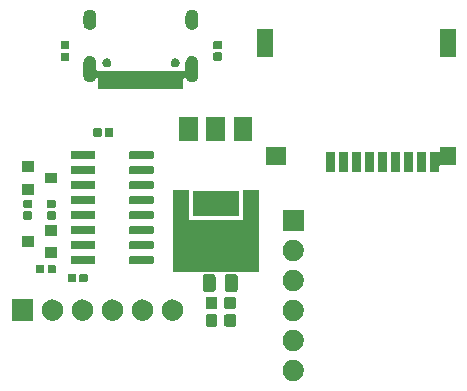
<source format=gts>
G04 #@! TF.GenerationSoftware,KiCad,Pcbnew,5.1.5+dfsg1-2build2*
G04 #@! TF.CreationDate,2021-12-02T15:55:02+01:00*
G04 #@! TF.ProjectId,Daugter_board,44617567-7465-4725-9f62-6f6172642e6b,rev?*
G04 #@! TF.SameCoordinates,Original*
G04 #@! TF.FileFunction,Soldermask,Top*
G04 #@! TF.FilePolarity,Negative*
%FSLAX46Y46*%
G04 Gerber Fmt 4.6, Leading zero omitted, Abs format (unit mm)*
G04 Created by KiCad (PCBNEW 5.1.5+dfsg1-2build2) date 2021-12-02 15:55:02*
%MOMM*%
%LPD*%
G04 APERTURE LIST*
%ADD10C,0.100000*%
G04 APERTURE END LIST*
D10*
G36*
X150063187Y-101346897D02*
G01*
X150072077Y-103884350D01*
X145377377Y-103889430D01*
X145365947Y-101346897D01*
X144134068Y-101345864D01*
X144132913Y-108157903D01*
X151350422Y-108160000D01*
X151349701Y-101346897D01*
X150063187Y-101346897D01*
G37*
X150063187Y-101346897D02*
X150072077Y-103884350D01*
X145377377Y-103889430D01*
X145365947Y-101346897D01*
X144134068Y-101345864D01*
X144132913Y-108157903D01*
X151350422Y-108160000D01*
X151349701Y-101346897D01*
X150063187Y-101346897D01*
G36*
X154423512Y-115713927D02*
G01*
X154572812Y-115743624D01*
X154736784Y-115811544D01*
X154884354Y-115910147D01*
X155009853Y-116035646D01*
X155108456Y-116183216D01*
X155176376Y-116347188D01*
X155211000Y-116521259D01*
X155211000Y-116698741D01*
X155176376Y-116872812D01*
X155108456Y-117036784D01*
X155009853Y-117184354D01*
X154884354Y-117309853D01*
X154736784Y-117408456D01*
X154572812Y-117476376D01*
X154423512Y-117506073D01*
X154398742Y-117511000D01*
X154221258Y-117511000D01*
X154196488Y-117506073D01*
X154047188Y-117476376D01*
X153883216Y-117408456D01*
X153735646Y-117309853D01*
X153610147Y-117184354D01*
X153511544Y-117036784D01*
X153443624Y-116872812D01*
X153409000Y-116698741D01*
X153409000Y-116521259D01*
X153443624Y-116347188D01*
X153511544Y-116183216D01*
X153610147Y-116035646D01*
X153735646Y-115910147D01*
X153883216Y-115811544D01*
X154047188Y-115743624D01*
X154196488Y-115713927D01*
X154221258Y-115709000D01*
X154398742Y-115709000D01*
X154423512Y-115713927D01*
G37*
G36*
X154423512Y-113173927D02*
G01*
X154572812Y-113203624D01*
X154736784Y-113271544D01*
X154884354Y-113370147D01*
X155009853Y-113495646D01*
X155108456Y-113643216D01*
X155176376Y-113807188D01*
X155211000Y-113981259D01*
X155211000Y-114158741D01*
X155176376Y-114332812D01*
X155108456Y-114496784D01*
X155009853Y-114644354D01*
X154884354Y-114769853D01*
X154736784Y-114868456D01*
X154572812Y-114936376D01*
X154423512Y-114966073D01*
X154398742Y-114971000D01*
X154221258Y-114971000D01*
X154196488Y-114966073D01*
X154047188Y-114936376D01*
X153883216Y-114868456D01*
X153735646Y-114769853D01*
X153610147Y-114644354D01*
X153511544Y-114496784D01*
X153443624Y-114332812D01*
X153409000Y-114158741D01*
X153409000Y-113981259D01*
X153443624Y-113807188D01*
X153511544Y-113643216D01*
X153610147Y-113495646D01*
X153735646Y-113370147D01*
X153883216Y-113271544D01*
X154047188Y-113203624D01*
X154196488Y-113173927D01*
X154221258Y-113169000D01*
X154398742Y-113169000D01*
X154423512Y-113173927D01*
G37*
G36*
X147734591Y-111848085D02*
G01*
X147768569Y-111858393D01*
X147799890Y-111875134D01*
X147827339Y-111897661D01*
X147849866Y-111925110D01*
X147866607Y-111956431D01*
X147876915Y-111990409D01*
X147881000Y-112031890D01*
X147881000Y-112708110D01*
X147876915Y-112749591D01*
X147866607Y-112783569D01*
X147849866Y-112814890D01*
X147827339Y-112842339D01*
X147799890Y-112864866D01*
X147768569Y-112881607D01*
X147734591Y-112891915D01*
X147693110Y-112896000D01*
X147091890Y-112896000D01*
X147050409Y-112891915D01*
X147016431Y-112881607D01*
X146985110Y-112864866D01*
X146957661Y-112842339D01*
X146935134Y-112814890D01*
X146918393Y-112783569D01*
X146908085Y-112749591D01*
X146904000Y-112708110D01*
X146904000Y-112031890D01*
X146908085Y-111990409D01*
X146918393Y-111956431D01*
X146935134Y-111925110D01*
X146957661Y-111897661D01*
X146985110Y-111875134D01*
X147016431Y-111858393D01*
X147050409Y-111848085D01*
X147091890Y-111844000D01*
X147693110Y-111844000D01*
X147734591Y-111848085D01*
G37*
G36*
X149309591Y-111848085D02*
G01*
X149343569Y-111858393D01*
X149374890Y-111875134D01*
X149402339Y-111897661D01*
X149424866Y-111925110D01*
X149441607Y-111956431D01*
X149451915Y-111990409D01*
X149456000Y-112031890D01*
X149456000Y-112708110D01*
X149451915Y-112749591D01*
X149441607Y-112783569D01*
X149424866Y-112814890D01*
X149402339Y-112842339D01*
X149374890Y-112864866D01*
X149343569Y-112881607D01*
X149309591Y-112891915D01*
X149268110Y-112896000D01*
X148666890Y-112896000D01*
X148625409Y-112891915D01*
X148591431Y-112881607D01*
X148560110Y-112864866D01*
X148532661Y-112842339D01*
X148510134Y-112814890D01*
X148493393Y-112783569D01*
X148483085Y-112749591D01*
X148479000Y-112708110D01*
X148479000Y-112031890D01*
X148483085Y-111990409D01*
X148493393Y-111956431D01*
X148510134Y-111925110D01*
X148532661Y-111897661D01*
X148560110Y-111875134D01*
X148591431Y-111858393D01*
X148625409Y-111848085D01*
X148666890Y-111844000D01*
X149268110Y-111844000D01*
X149309591Y-111848085D01*
G37*
G36*
X154421988Y-110633624D02*
G01*
X154572812Y-110663624D01*
X154736784Y-110731544D01*
X154884354Y-110830147D01*
X155009853Y-110955646D01*
X155108456Y-111103216D01*
X155176376Y-111267188D01*
X155211000Y-111441259D01*
X155211000Y-111618741D01*
X155176376Y-111792812D01*
X155108456Y-111956784D01*
X155009853Y-112104354D01*
X154884354Y-112229853D01*
X154736784Y-112328456D01*
X154572812Y-112396376D01*
X154423512Y-112426073D01*
X154398742Y-112431000D01*
X154221258Y-112431000D01*
X154196488Y-112426073D01*
X154047188Y-112396376D01*
X153883216Y-112328456D01*
X153735646Y-112229853D01*
X153610147Y-112104354D01*
X153511544Y-111956784D01*
X153443624Y-111792812D01*
X153409000Y-111618741D01*
X153409000Y-111441259D01*
X153443624Y-111267188D01*
X153511544Y-111103216D01*
X153610147Y-110955646D01*
X153735646Y-110830147D01*
X153883216Y-110731544D01*
X154047188Y-110663624D01*
X154198012Y-110633624D01*
X154221258Y-110629000D01*
X154398742Y-110629000D01*
X154421988Y-110633624D01*
G37*
G36*
X144193512Y-110603927D02*
G01*
X144342812Y-110633624D01*
X144506784Y-110701544D01*
X144654354Y-110800147D01*
X144779853Y-110925646D01*
X144878456Y-111073216D01*
X144946376Y-111237188D01*
X144981000Y-111411259D01*
X144981000Y-111588741D01*
X144946376Y-111762812D01*
X144878456Y-111926784D01*
X144779853Y-112074354D01*
X144654354Y-112199853D01*
X144506784Y-112298456D01*
X144342812Y-112366376D01*
X144193512Y-112396073D01*
X144168742Y-112401000D01*
X143991258Y-112401000D01*
X143966488Y-112396073D01*
X143817188Y-112366376D01*
X143653216Y-112298456D01*
X143505646Y-112199853D01*
X143380147Y-112074354D01*
X143281544Y-111926784D01*
X143213624Y-111762812D01*
X143179000Y-111588741D01*
X143179000Y-111411259D01*
X143213624Y-111237188D01*
X143281544Y-111073216D01*
X143380147Y-110925646D01*
X143505646Y-110800147D01*
X143653216Y-110701544D01*
X143817188Y-110633624D01*
X143966488Y-110603927D01*
X143991258Y-110599000D01*
X144168742Y-110599000D01*
X144193512Y-110603927D01*
G37*
G36*
X141653512Y-110603927D02*
G01*
X141802812Y-110633624D01*
X141966784Y-110701544D01*
X142114354Y-110800147D01*
X142239853Y-110925646D01*
X142338456Y-111073216D01*
X142406376Y-111237188D01*
X142441000Y-111411259D01*
X142441000Y-111588741D01*
X142406376Y-111762812D01*
X142338456Y-111926784D01*
X142239853Y-112074354D01*
X142114354Y-112199853D01*
X141966784Y-112298456D01*
X141802812Y-112366376D01*
X141653512Y-112396073D01*
X141628742Y-112401000D01*
X141451258Y-112401000D01*
X141426488Y-112396073D01*
X141277188Y-112366376D01*
X141113216Y-112298456D01*
X140965646Y-112199853D01*
X140840147Y-112074354D01*
X140741544Y-111926784D01*
X140673624Y-111762812D01*
X140639000Y-111588741D01*
X140639000Y-111411259D01*
X140673624Y-111237188D01*
X140741544Y-111073216D01*
X140840147Y-110925646D01*
X140965646Y-110800147D01*
X141113216Y-110701544D01*
X141277188Y-110633624D01*
X141426488Y-110603927D01*
X141451258Y-110599000D01*
X141628742Y-110599000D01*
X141653512Y-110603927D01*
G37*
G36*
X139113512Y-110603927D02*
G01*
X139262812Y-110633624D01*
X139426784Y-110701544D01*
X139574354Y-110800147D01*
X139699853Y-110925646D01*
X139798456Y-111073216D01*
X139866376Y-111237188D01*
X139901000Y-111411259D01*
X139901000Y-111588741D01*
X139866376Y-111762812D01*
X139798456Y-111926784D01*
X139699853Y-112074354D01*
X139574354Y-112199853D01*
X139426784Y-112298456D01*
X139262812Y-112366376D01*
X139113512Y-112396073D01*
X139088742Y-112401000D01*
X138911258Y-112401000D01*
X138886488Y-112396073D01*
X138737188Y-112366376D01*
X138573216Y-112298456D01*
X138425646Y-112199853D01*
X138300147Y-112074354D01*
X138201544Y-111926784D01*
X138133624Y-111762812D01*
X138099000Y-111588741D01*
X138099000Y-111411259D01*
X138133624Y-111237188D01*
X138201544Y-111073216D01*
X138300147Y-110925646D01*
X138425646Y-110800147D01*
X138573216Y-110701544D01*
X138737188Y-110633624D01*
X138886488Y-110603927D01*
X138911258Y-110599000D01*
X139088742Y-110599000D01*
X139113512Y-110603927D01*
G37*
G36*
X136573512Y-110603927D02*
G01*
X136722812Y-110633624D01*
X136886784Y-110701544D01*
X137034354Y-110800147D01*
X137159853Y-110925646D01*
X137258456Y-111073216D01*
X137326376Y-111237188D01*
X137361000Y-111411259D01*
X137361000Y-111588741D01*
X137326376Y-111762812D01*
X137258456Y-111926784D01*
X137159853Y-112074354D01*
X137034354Y-112199853D01*
X136886784Y-112298456D01*
X136722812Y-112366376D01*
X136573512Y-112396073D01*
X136548742Y-112401000D01*
X136371258Y-112401000D01*
X136346488Y-112396073D01*
X136197188Y-112366376D01*
X136033216Y-112298456D01*
X135885646Y-112199853D01*
X135760147Y-112074354D01*
X135661544Y-111926784D01*
X135593624Y-111762812D01*
X135559000Y-111588741D01*
X135559000Y-111411259D01*
X135593624Y-111237188D01*
X135661544Y-111073216D01*
X135760147Y-110925646D01*
X135885646Y-110800147D01*
X136033216Y-110701544D01*
X136197188Y-110633624D01*
X136346488Y-110603927D01*
X136371258Y-110599000D01*
X136548742Y-110599000D01*
X136573512Y-110603927D01*
G37*
G36*
X134033512Y-110603927D02*
G01*
X134182812Y-110633624D01*
X134346784Y-110701544D01*
X134494354Y-110800147D01*
X134619853Y-110925646D01*
X134718456Y-111073216D01*
X134786376Y-111237188D01*
X134821000Y-111411259D01*
X134821000Y-111588741D01*
X134786376Y-111762812D01*
X134718456Y-111926784D01*
X134619853Y-112074354D01*
X134494354Y-112199853D01*
X134346784Y-112298456D01*
X134182812Y-112366376D01*
X134033512Y-112396073D01*
X134008742Y-112401000D01*
X133831258Y-112401000D01*
X133806488Y-112396073D01*
X133657188Y-112366376D01*
X133493216Y-112298456D01*
X133345646Y-112199853D01*
X133220147Y-112074354D01*
X133121544Y-111926784D01*
X133053624Y-111762812D01*
X133019000Y-111588741D01*
X133019000Y-111411259D01*
X133053624Y-111237188D01*
X133121544Y-111073216D01*
X133220147Y-110925646D01*
X133345646Y-110800147D01*
X133493216Y-110701544D01*
X133657188Y-110633624D01*
X133806488Y-110603927D01*
X133831258Y-110599000D01*
X134008742Y-110599000D01*
X134033512Y-110603927D01*
G37*
G36*
X132281000Y-112401000D02*
G01*
X130479000Y-112401000D01*
X130479000Y-110599000D01*
X132281000Y-110599000D01*
X132281000Y-112401000D01*
G37*
G36*
X149302091Y-110368085D02*
G01*
X149336069Y-110378393D01*
X149367390Y-110395134D01*
X149394839Y-110417661D01*
X149417366Y-110445110D01*
X149434107Y-110476431D01*
X149444415Y-110510409D01*
X149448500Y-110551890D01*
X149448500Y-111228110D01*
X149444415Y-111269591D01*
X149434107Y-111303569D01*
X149417366Y-111334890D01*
X149394839Y-111362339D01*
X149367390Y-111384866D01*
X149336069Y-111401607D01*
X149302091Y-111411915D01*
X149260610Y-111416000D01*
X148659390Y-111416000D01*
X148617909Y-111411915D01*
X148583931Y-111401607D01*
X148552610Y-111384866D01*
X148525161Y-111362339D01*
X148502634Y-111334890D01*
X148485893Y-111303569D01*
X148475585Y-111269591D01*
X148471500Y-111228110D01*
X148471500Y-110551890D01*
X148475585Y-110510409D01*
X148485893Y-110476431D01*
X148502634Y-110445110D01*
X148525161Y-110417661D01*
X148552610Y-110395134D01*
X148583931Y-110378393D01*
X148617909Y-110368085D01*
X148659390Y-110364000D01*
X149260610Y-110364000D01*
X149302091Y-110368085D01*
G37*
G36*
X147727091Y-110368085D02*
G01*
X147761069Y-110378393D01*
X147792390Y-110395134D01*
X147819839Y-110417661D01*
X147842366Y-110445110D01*
X147859107Y-110476431D01*
X147869415Y-110510409D01*
X147873500Y-110551890D01*
X147873500Y-111228110D01*
X147869415Y-111269591D01*
X147859107Y-111303569D01*
X147842366Y-111334890D01*
X147819839Y-111362339D01*
X147792390Y-111384866D01*
X147761069Y-111401607D01*
X147727091Y-111411915D01*
X147685610Y-111416000D01*
X147084390Y-111416000D01*
X147042909Y-111411915D01*
X147008931Y-111401607D01*
X146977610Y-111384866D01*
X146950161Y-111362339D01*
X146927634Y-111334890D01*
X146910893Y-111303569D01*
X146900585Y-111269591D01*
X146896500Y-111228110D01*
X146896500Y-110551890D01*
X146900585Y-110510409D01*
X146910893Y-110476431D01*
X146927634Y-110445110D01*
X146950161Y-110417661D01*
X146977610Y-110395134D01*
X147008931Y-110378393D01*
X147042909Y-110368085D01*
X147084390Y-110364000D01*
X147685610Y-110364000D01*
X147727091Y-110368085D01*
G37*
G36*
X149441968Y-108463565D02*
G01*
X149480638Y-108475296D01*
X149516277Y-108494346D01*
X149547517Y-108519983D01*
X149573154Y-108551223D01*
X149592204Y-108586862D01*
X149603935Y-108625532D01*
X149608500Y-108671888D01*
X149608500Y-109748112D01*
X149603935Y-109794468D01*
X149592204Y-109833138D01*
X149573154Y-109868777D01*
X149547517Y-109900017D01*
X149516277Y-109925654D01*
X149480638Y-109944704D01*
X149441968Y-109956435D01*
X149395612Y-109961000D01*
X148744388Y-109961000D01*
X148698032Y-109956435D01*
X148659362Y-109944704D01*
X148623723Y-109925654D01*
X148592483Y-109900017D01*
X148566846Y-109868777D01*
X148547796Y-109833138D01*
X148536065Y-109794468D01*
X148531500Y-109748112D01*
X148531500Y-108671888D01*
X148536065Y-108625532D01*
X148547796Y-108586862D01*
X148566846Y-108551223D01*
X148592483Y-108519983D01*
X148623723Y-108494346D01*
X148659362Y-108475296D01*
X148698032Y-108463565D01*
X148744388Y-108459000D01*
X149395612Y-108459000D01*
X149441968Y-108463565D01*
G37*
G36*
X147566968Y-108463565D02*
G01*
X147605638Y-108475296D01*
X147641277Y-108494346D01*
X147672517Y-108519983D01*
X147698154Y-108551223D01*
X147717204Y-108586862D01*
X147728935Y-108625532D01*
X147733500Y-108671888D01*
X147733500Y-109748112D01*
X147728935Y-109794468D01*
X147717204Y-109833138D01*
X147698154Y-109868777D01*
X147672517Y-109900017D01*
X147641277Y-109925654D01*
X147605638Y-109944704D01*
X147566968Y-109956435D01*
X147520612Y-109961000D01*
X146869388Y-109961000D01*
X146823032Y-109956435D01*
X146784362Y-109944704D01*
X146748723Y-109925654D01*
X146717483Y-109900017D01*
X146691846Y-109868777D01*
X146672796Y-109833138D01*
X146661065Y-109794468D01*
X146656500Y-109748112D01*
X146656500Y-108671888D01*
X146661065Y-108625532D01*
X146672796Y-108586862D01*
X146691846Y-108551223D01*
X146717483Y-108519983D01*
X146748723Y-108494346D01*
X146784362Y-108475296D01*
X146823032Y-108463565D01*
X146869388Y-108459000D01*
X147520612Y-108459000D01*
X147566968Y-108463565D01*
G37*
G36*
X154423512Y-108093927D02*
G01*
X154572812Y-108123624D01*
X154736784Y-108191544D01*
X154884354Y-108290147D01*
X155009853Y-108415646D01*
X155108456Y-108563216D01*
X155176376Y-108727188D01*
X155211000Y-108901259D01*
X155211000Y-109078741D01*
X155176376Y-109252812D01*
X155108456Y-109416784D01*
X155009853Y-109564354D01*
X154884354Y-109689853D01*
X154736784Y-109788456D01*
X154572812Y-109856376D01*
X154443289Y-109882139D01*
X154398742Y-109891000D01*
X154221258Y-109891000D01*
X154176711Y-109882139D01*
X154047188Y-109856376D01*
X153883216Y-109788456D01*
X153735646Y-109689853D01*
X153610147Y-109564354D01*
X153511544Y-109416784D01*
X153443624Y-109252812D01*
X153409000Y-109078741D01*
X153409000Y-108901259D01*
X153443624Y-108727188D01*
X153511544Y-108563216D01*
X153610147Y-108415646D01*
X153735646Y-108290147D01*
X153883216Y-108191544D01*
X154047188Y-108123624D01*
X154196488Y-108093927D01*
X154221258Y-108089000D01*
X154398742Y-108089000D01*
X154423512Y-108093927D01*
G37*
G36*
X135836938Y-108421716D02*
G01*
X135857557Y-108427971D01*
X135876553Y-108438124D01*
X135893208Y-108451792D01*
X135906876Y-108468447D01*
X135917029Y-108487443D01*
X135923284Y-108508062D01*
X135926000Y-108535640D01*
X135926000Y-109044360D01*
X135923284Y-109071938D01*
X135917029Y-109092557D01*
X135906876Y-109111553D01*
X135893208Y-109128208D01*
X135876553Y-109141876D01*
X135857557Y-109152029D01*
X135836938Y-109158284D01*
X135809360Y-109161000D01*
X135350640Y-109161000D01*
X135323062Y-109158284D01*
X135302443Y-109152029D01*
X135283447Y-109141876D01*
X135266792Y-109128208D01*
X135253124Y-109111553D01*
X135242971Y-109092557D01*
X135236716Y-109071938D01*
X135234000Y-109044360D01*
X135234000Y-108535640D01*
X135236716Y-108508062D01*
X135242971Y-108487443D01*
X135253124Y-108468447D01*
X135266792Y-108451792D01*
X135283447Y-108438124D01*
X135302443Y-108427971D01*
X135323062Y-108421716D01*
X135350640Y-108419000D01*
X135809360Y-108419000D01*
X135836938Y-108421716D01*
G37*
G36*
X136806938Y-108421716D02*
G01*
X136827557Y-108427971D01*
X136846553Y-108438124D01*
X136863208Y-108451792D01*
X136876876Y-108468447D01*
X136887029Y-108487443D01*
X136893284Y-108508062D01*
X136896000Y-108535640D01*
X136896000Y-109044360D01*
X136893284Y-109071938D01*
X136887029Y-109092557D01*
X136876876Y-109111553D01*
X136863208Y-109128208D01*
X136846553Y-109141876D01*
X136827557Y-109152029D01*
X136806938Y-109158284D01*
X136779360Y-109161000D01*
X136320640Y-109161000D01*
X136293062Y-109158284D01*
X136272443Y-109152029D01*
X136253447Y-109141876D01*
X136236792Y-109128208D01*
X136223124Y-109111553D01*
X136212971Y-109092557D01*
X136206716Y-109071938D01*
X136204000Y-109044360D01*
X136204000Y-108535640D01*
X136206716Y-108508062D01*
X136212971Y-108487443D01*
X136223124Y-108468447D01*
X136236792Y-108451792D01*
X136253447Y-108438124D01*
X136272443Y-108427971D01*
X136293062Y-108421716D01*
X136320640Y-108419000D01*
X136779360Y-108419000D01*
X136806938Y-108421716D01*
G37*
G36*
X133141938Y-107661716D02*
G01*
X133162557Y-107667971D01*
X133181553Y-107678124D01*
X133198208Y-107691792D01*
X133211876Y-107708447D01*
X133222029Y-107727443D01*
X133228284Y-107748062D01*
X133231000Y-107775640D01*
X133231000Y-108284360D01*
X133228284Y-108311938D01*
X133222029Y-108332557D01*
X133211876Y-108351553D01*
X133198208Y-108368208D01*
X133181553Y-108381876D01*
X133162557Y-108392029D01*
X133141938Y-108398284D01*
X133114360Y-108401000D01*
X132655640Y-108401000D01*
X132628062Y-108398284D01*
X132607443Y-108392029D01*
X132588447Y-108381876D01*
X132571792Y-108368208D01*
X132558124Y-108351553D01*
X132547971Y-108332557D01*
X132541716Y-108311938D01*
X132539000Y-108284360D01*
X132539000Y-107775640D01*
X132541716Y-107748062D01*
X132547971Y-107727443D01*
X132558124Y-107708447D01*
X132571792Y-107691792D01*
X132588447Y-107678124D01*
X132607443Y-107667971D01*
X132628062Y-107661716D01*
X132655640Y-107659000D01*
X133114360Y-107659000D01*
X133141938Y-107661716D01*
G37*
G36*
X134111938Y-107661716D02*
G01*
X134132557Y-107667971D01*
X134151553Y-107678124D01*
X134168208Y-107691792D01*
X134181876Y-107708447D01*
X134192029Y-107727443D01*
X134198284Y-107748062D01*
X134201000Y-107775640D01*
X134201000Y-108284360D01*
X134198284Y-108311938D01*
X134192029Y-108332557D01*
X134181876Y-108351553D01*
X134168208Y-108368208D01*
X134151553Y-108381876D01*
X134132557Y-108392029D01*
X134111938Y-108398284D01*
X134084360Y-108401000D01*
X133625640Y-108401000D01*
X133598062Y-108398284D01*
X133577443Y-108392029D01*
X133558447Y-108381876D01*
X133541792Y-108368208D01*
X133528124Y-108351553D01*
X133517971Y-108332557D01*
X133511716Y-108311938D01*
X133509000Y-108284360D01*
X133509000Y-107775640D01*
X133511716Y-107748062D01*
X133517971Y-107727443D01*
X133528124Y-107708447D01*
X133541792Y-107691792D01*
X133558447Y-107678124D01*
X133577443Y-107667971D01*
X133598062Y-107661716D01*
X133625640Y-107659000D01*
X134084360Y-107659000D01*
X134111938Y-107661716D01*
G37*
G36*
X142399928Y-106916764D02*
G01*
X142421009Y-106923160D01*
X142440445Y-106933548D01*
X142457476Y-106947524D01*
X142471452Y-106964555D01*
X142481840Y-106983991D01*
X142488236Y-107005072D01*
X142491000Y-107033140D01*
X142491000Y-107496860D01*
X142488236Y-107524928D01*
X142481840Y-107546009D01*
X142471452Y-107565445D01*
X142457476Y-107582476D01*
X142440445Y-107596452D01*
X142421009Y-107606840D01*
X142399928Y-107613236D01*
X142371860Y-107616000D01*
X140558140Y-107616000D01*
X140530072Y-107613236D01*
X140508991Y-107606840D01*
X140489555Y-107596452D01*
X140472524Y-107582476D01*
X140458548Y-107565445D01*
X140448160Y-107546009D01*
X140441764Y-107524928D01*
X140439000Y-107496860D01*
X140439000Y-107033140D01*
X140441764Y-107005072D01*
X140448160Y-106983991D01*
X140458548Y-106964555D01*
X140472524Y-106947524D01*
X140489555Y-106933548D01*
X140508991Y-106923160D01*
X140530072Y-106916764D01*
X140558140Y-106914000D01*
X142371860Y-106914000D01*
X142399928Y-106916764D01*
G37*
G36*
X137449928Y-106916764D02*
G01*
X137471009Y-106923160D01*
X137490445Y-106933548D01*
X137507476Y-106947524D01*
X137521452Y-106964555D01*
X137531840Y-106983991D01*
X137538236Y-107005072D01*
X137541000Y-107033140D01*
X137541000Y-107496860D01*
X137538236Y-107524928D01*
X137531840Y-107546009D01*
X137521452Y-107565445D01*
X137507476Y-107582476D01*
X137490445Y-107596452D01*
X137471009Y-107606840D01*
X137449928Y-107613236D01*
X137421860Y-107616000D01*
X135608140Y-107616000D01*
X135580072Y-107613236D01*
X135558991Y-107606840D01*
X135539555Y-107596452D01*
X135522524Y-107582476D01*
X135508548Y-107565445D01*
X135498160Y-107546009D01*
X135491764Y-107524928D01*
X135489000Y-107496860D01*
X135489000Y-107033140D01*
X135491764Y-107005072D01*
X135498160Y-106983991D01*
X135508548Y-106964555D01*
X135522524Y-106947524D01*
X135539555Y-106933548D01*
X135558991Y-106923160D01*
X135580072Y-106916764D01*
X135608140Y-106914000D01*
X137421860Y-106914000D01*
X137449928Y-106916764D01*
G37*
G36*
X154423512Y-105553927D02*
G01*
X154572812Y-105583624D01*
X154736784Y-105651544D01*
X154884354Y-105750147D01*
X155009853Y-105875646D01*
X155108456Y-106023216D01*
X155176376Y-106187188D01*
X155211000Y-106361259D01*
X155211000Y-106538741D01*
X155176376Y-106712812D01*
X155108456Y-106876784D01*
X155009853Y-107024354D01*
X154884354Y-107149853D01*
X154736784Y-107248456D01*
X154572812Y-107316376D01*
X154423512Y-107346073D01*
X154398742Y-107351000D01*
X154221258Y-107351000D01*
X154196488Y-107346073D01*
X154047188Y-107316376D01*
X153883216Y-107248456D01*
X153735646Y-107149853D01*
X153610147Y-107024354D01*
X153511544Y-106876784D01*
X153443624Y-106712812D01*
X153409000Y-106538741D01*
X153409000Y-106361259D01*
X153443624Y-106187188D01*
X153511544Y-106023216D01*
X153610147Y-105875646D01*
X153735646Y-105750147D01*
X153883216Y-105651544D01*
X154047188Y-105583624D01*
X154196488Y-105553927D01*
X154221258Y-105549000D01*
X154398742Y-105549000D01*
X154423512Y-105553927D01*
G37*
G36*
X134331000Y-107091000D02*
G01*
X133329000Y-107091000D01*
X133329000Y-106189000D01*
X134331000Y-106189000D01*
X134331000Y-107091000D01*
G37*
G36*
X137449928Y-105646764D02*
G01*
X137471009Y-105653160D01*
X137490445Y-105663548D01*
X137507476Y-105677524D01*
X137521452Y-105694555D01*
X137531840Y-105713991D01*
X137538236Y-105735072D01*
X137541000Y-105763140D01*
X137541000Y-106226860D01*
X137538236Y-106254928D01*
X137531840Y-106276009D01*
X137521452Y-106295445D01*
X137507476Y-106312476D01*
X137490445Y-106326452D01*
X137471009Y-106336840D01*
X137449928Y-106343236D01*
X137421860Y-106346000D01*
X135608140Y-106346000D01*
X135580072Y-106343236D01*
X135558991Y-106336840D01*
X135539555Y-106326452D01*
X135522524Y-106312476D01*
X135508548Y-106295445D01*
X135498160Y-106276009D01*
X135491764Y-106254928D01*
X135489000Y-106226860D01*
X135489000Y-105763140D01*
X135491764Y-105735072D01*
X135498160Y-105713991D01*
X135508548Y-105694555D01*
X135522524Y-105677524D01*
X135539555Y-105663548D01*
X135558991Y-105653160D01*
X135580072Y-105646764D01*
X135608140Y-105644000D01*
X137421860Y-105644000D01*
X137449928Y-105646764D01*
G37*
G36*
X142399928Y-105646764D02*
G01*
X142421009Y-105653160D01*
X142440445Y-105663548D01*
X142457476Y-105677524D01*
X142471452Y-105694555D01*
X142481840Y-105713991D01*
X142488236Y-105735072D01*
X142491000Y-105763140D01*
X142491000Y-106226860D01*
X142488236Y-106254928D01*
X142481840Y-106276009D01*
X142471452Y-106295445D01*
X142457476Y-106312476D01*
X142440445Y-106326452D01*
X142421009Y-106336840D01*
X142399928Y-106343236D01*
X142371860Y-106346000D01*
X140558140Y-106346000D01*
X140530072Y-106343236D01*
X140508991Y-106336840D01*
X140489555Y-106326452D01*
X140472524Y-106312476D01*
X140458548Y-106295445D01*
X140448160Y-106276009D01*
X140441764Y-106254928D01*
X140439000Y-106226860D01*
X140439000Y-105763140D01*
X140441764Y-105735072D01*
X140448160Y-105713991D01*
X140458548Y-105694555D01*
X140472524Y-105677524D01*
X140489555Y-105663548D01*
X140508991Y-105653160D01*
X140530072Y-105646764D01*
X140558140Y-105644000D01*
X142371860Y-105644000D01*
X142399928Y-105646764D01*
G37*
G36*
X132331000Y-106141000D02*
G01*
X131329000Y-106141000D01*
X131329000Y-105239000D01*
X132331000Y-105239000D01*
X132331000Y-106141000D01*
G37*
G36*
X134331000Y-105191000D02*
G01*
X133329000Y-105191000D01*
X133329000Y-104289000D01*
X134331000Y-104289000D01*
X134331000Y-105191000D01*
G37*
G36*
X137449928Y-104376764D02*
G01*
X137471009Y-104383160D01*
X137490445Y-104393548D01*
X137507476Y-104407524D01*
X137521452Y-104424555D01*
X137531840Y-104443991D01*
X137538236Y-104465072D01*
X137541000Y-104493140D01*
X137541000Y-104956860D01*
X137538236Y-104984928D01*
X137531840Y-105006009D01*
X137521452Y-105025445D01*
X137507476Y-105042476D01*
X137490445Y-105056452D01*
X137471009Y-105066840D01*
X137449928Y-105073236D01*
X137421860Y-105076000D01*
X135608140Y-105076000D01*
X135580072Y-105073236D01*
X135558991Y-105066840D01*
X135539555Y-105056452D01*
X135522524Y-105042476D01*
X135508548Y-105025445D01*
X135498160Y-105006009D01*
X135491764Y-104984928D01*
X135489000Y-104956860D01*
X135489000Y-104493140D01*
X135491764Y-104465072D01*
X135498160Y-104443991D01*
X135508548Y-104424555D01*
X135522524Y-104407524D01*
X135539555Y-104393548D01*
X135558991Y-104383160D01*
X135580072Y-104376764D01*
X135608140Y-104374000D01*
X137421860Y-104374000D01*
X137449928Y-104376764D01*
G37*
G36*
X142399928Y-104376764D02*
G01*
X142421009Y-104383160D01*
X142440445Y-104393548D01*
X142457476Y-104407524D01*
X142471452Y-104424555D01*
X142481840Y-104443991D01*
X142488236Y-104465072D01*
X142491000Y-104493140D01*
X142491000Y-104956860D01*
X142488236Y-104984928D01*
X142481840Y-105006009D01*
X142471452Y-105025445D01*
X142457476Y-105042476D01*
X142440445Y-105056452D01*
X142421009Y-105066840D01*
X142399928Y-105073236D01*
X142371860Y-105076000D01*
X140558140Y-105076000D01*
X140530072Y-105073236D01*
X140508991Y-105066840D01*
X140489555Y-105056452D01*
X140472524Y-105042476D01*
X140458548Y-105025445D01*
X140448160Y-105006009D01*
X140441764Y-104984928D01*
X140439000Y-104956860D01*
X140439000Y-104493140D01*
X140441764Y-104465072D01*
X140448160Y-104443991D01*
X140458548Y-104424555D01*
X140472524Y-104407524D01*
X140489555Y-104393548D01*
X140508991Y-104383160D01*
X140530072Y-104376764D01*
X140558140Y-104374000D01*
X142371860Y-104374000D01*
X142399928Y-104376764D01*
G37*
G36*
X155211000Y-104811000D02*
G01*
X153409000Y-104811000D01*
X153409000Y-103009000D01*
X155211000Y-103009000D01*
X155211000Y-104811000D01*
G37*
G36*
X132111938Y-103141716D02*
G01*
X132132557Y-103147971D01*
X132151553Y-103158124D01*
X132168208Y-103171792D01*
X132181876Y-103188447D01*
X132192029Y-103207443D01*
X132198284Y-103228062D01*
X132201000Y-103255640D01*
X132201000Y-103714360D01*
X132198284Y-103741938D01*
X132192029Y-103762557D01*
X132181876Y-103781553D01*
X132168208Y-103798208D01*
X132151553Y-103811876D01*
X132132557Y-103822029D01*
X132111938Y-103828284D01*
X132084360Y-103831000D01*
X131575640Y-103831000D01*
X131548062Y-103828284D01*
X131527443Y-103822029D01*
X131508447Y-103811876D01*
X131491792Y-103798208D01*
X131478124Y-103781553D01*
X131467971Y-103762557D01*
X131461716Y-103741938D01*
X131459000Y-103714360D01*
X131459000Y-103255640D01*
X131461716Y-103228062D01*
X131467971Y-103207443D01*
X131478124Y-103188447D01*
X131491792Y-103171792D01*
X131508447Y-103158124D01*
X131527443Y-103147971D01*
X131548062Y-103141716D01*
X131575640Y-103139000D01*
X132084360Y-103139000D01*
X132111938Y-103141716D01*
G37*
G36*
X134111938Y-103141716D02*
G01*
X134132557Y-103147971D01*
X134151553Y-103158124D01*
X134168208Y-103171792D01*
X134181876Y-103188447D01*
X134192029Y-103207443D01*
X134198284Y-103228062D01*
X134201000Y-103255640D01*
X134201000Y-103714360D01*
X134198284Y-103741938D01*
X134192029Y-103762557D01*
X134181876Y-103781553D01*
X134168208Y-103798208D01*
X134151553Y-103811876D01*
X134132557Y-103822029D01*
X134111938Y-103828284D01*
X134084360Y-103831000D01*
X133575640Y-103831000D01*
X133548062Y-103828284D01*
X133527443Y-103822029D01*
X133508447Y-103811876D01*
X133491792Y-103798208D01*
X133478124Y-103781553D01*
X133467971Y-103762557D01*
X133461716Y-103741938D01*
X133459000Y-103714360D01*
X133459000Y-103255640D01*
X133461716Y-103228062D01*
X133467971Y-103207443D01*
X133478124Y-103188447D01*
X133491792Y-103171792D01*
X133508447Y-103158124D01*
X133527443Y-103147971D01*
X133548062Y-103141716D01*
X133575640Y-103139000D01*
X134084360Y-103139000D01*
X134111938Y-103141716D01*
G37*
G36*
X142399928Y-103106764D02*
G01*
X142421009Y-103113160D01*
X142440445Y-103123548D01*
X142457476Y-103137524D01*
X142471452Y-103154555D01*
X142481840Y-103173991D01*
X142488236Y-103195072D01*
X142491000Y-103223140D01*
X142491000Y-103686860D01*
X142488236Y-103714928D01*
X142481840Y-103736009D01*
X142471452Y-103755445D01*
X142457476Y-103772476D01*
X142440445Y-103786452D01*
X142421009Y-103796840D01*
X142399928Y-103803236D01*
X142371860Y-103806000D01*
X140558140Y-103806000D01*
X140530072Y-103803236D01*
X140508991Y-103796840D01*
X140489555Y-103786452D01*
X140472524Y-103772476D01*
X140458548Y-103755445D01*
X140448160Y-103736009D01*
X140441764Y-103714928D01*
X140439000Y-103686860D01*
X140439000Y-103223140D01*
X140441764Y-103195072D01*
X140448160Y-103173991D01*
X140458548Y-103154555D01*
X140472524Y-103137524D01*
X140489555Y-103123548D01*
X140508991Y-103113160D01*
X140530072Y-103106764D01*
X140558140Y-103104000D01*
X142371860Y-103104000D01*
X142399928Y-103106764D01*
G37*
G36*
X137449928Y-103106764D02*
G01*
X137471009Y-103113160D01*
X137490445Y-103123548D01*
X137507476Y-103137524D01*
X137521452Y-103154555D01*
X137531840Y-103173991D01*
X137538236Y-103195072D01*
X137541000Y-103223140D01*
X137541000Y-103686860D01*
X137538236Y-103714928D01*
X137531840Y-103736009D01*
X137521452Y-103755445D01*
X137507476Y-103772476D01*
X137490445Y-103786452D01*
X137471009Y-103796840D01*
X137449928Y-103803236D01*
X137421860Y-103806000D01*
X135608140Y-103806000D01*
X135580072Y-103803236D01*
X135558991Y-103796840D01*
X135539555Y-103786452D01*
X135522524Y-103772476D01*
X135508548Y-103755445D01*
X135498160Y-103736009D01*
X135491764Y-103714928D01*
X135489000Y-103686860D01*
X135489000Y-103223140D01*
X135491764Y-103195072D01*
X135498160Y-103173991D01*
X135508548Y-103154555D01*
X135522524Y-103137524D01*
X135539555Y-103123548D01*
X135558991Y-103113160D01*
X135580072Y-103106764D01*
X135608140Y-103104000D01*
X137421860Y-103104000D01*
X137449928Y-103106764D01*
G37*
G36*
X149711000Y-103521000D02*
G01*
X145809000Y-103521000D01*
X145809000Y-101419000D01*
X149711000Y-101419000D01*
X149711000Y-103521000D01*
G37*
G36*
X132111938Y-102171716D02*
G01*
X132132557Y-102177971D01*
X132151553Y-102188124D01*
X132168208Y-102201792D01*
X132181876Y-102218447D01*
X132192029Y-102237443D01*
X132198284Y-102258062D01*
X132201000Y-102285640D01*
X132201000Y-102744360D01*
X132198284Y-102771938D01*
X132192029Y-102792557D01*
X132181876Y-102811553D01*
X132168208Y-102828208D01*
X132151553Y-102841876D01*
X132132557Y-102852029D01*
X132111938Y-102858284D01*
X132084360Y-102861000D01*
X131575640Y-102861000D01*
X131548062Y-102858284D01*
X131527443Y-102852029D01*
X131508447Y-102841876D01*
X131491792Y-102828208D01*
X131478124Y-102811553D01*
X131467971Y-102792557D01*
X131461716Y-102771938D01*
X131459000Y-102744360D01*
X131459000Y-102285640D01*
X131461716Y-102258062D01*
X131467971Y-102237443D01*
X131478124Y-102218447D01*
X131491792Y-102201792D01*
X131508447Y-102188124D01*
X131527443Y-102177971D01*
X131548062Y-102171716D01*
X131575640Y-102169000D01*
X132084360Y-102169000D01*
X132111938Y-102171716D01*
G37*
G36*
X134111938Y-102171716D02*
G01*
X134132557Y-102177971D01*
X134151553Y-102188124D01*
X134168208Y-102201792D01*
X134181876Y-102218447D01*
X134192029Y-102237443D01*
X134198284Y-102258062D01*
X134201000Y-102285640D01*
X134201000Y-102744360D01*
X134198284Y-102771938D01*
X134192029Y-102792557D01*
X134181876Y-102811553D01*
X134168208Y-102828208D01*
X134151553Y-102841876D01*
X134132557Y-102852029D01*
X134111938Y-102858284D01*
X134084360Y-102861000D01*
X133575640Y-102861000D01*
X133548062Y-102858284D01*
X133527443Y-102852029D01*
X133508447Y-102841876D01*
X133491792Y-102828208D01*
X133478124Y-102811553D01*
X133467971Y-102792557D01*
X133461716Y-102771938D01*
X133459000Y-102744360D01*
X133459000Y-102285640D01*
X133461716Y-102258062D01*
X133467971Y-102237443D01*
X133478124Y-102218447D01*
X133491792Y-102201792D01*
X133508447Y-102188124D01*
X133527443Y-102177971D01*
X133548062Y-102171716D01*
X133575640Y-102169000D01*
X134084360Y-102169000D01*
X134111938Y-102171716D01*
G37*
G36*
X137449928Y-101836764D02*
G01*
X137471009Y-101843160D01*
X137490445Y-101853548D01*
X137507476Y-101867524D01*
X137521452Y-101884555D01*
X137531840Y-101903991D01*
X137538236Y-101925072D01*
X137541000Y-101953140D01*
X137541000Y-102416860D01*
X137538236Y-102444928D01*
X137531840Y-102466009D01*
X137521452Y-102485445D01*
X137507476Y-102502476D01*
X137490445Y-102516452D01*
X137471009Y-102526840D01*
X137449928Y-102533236D01*
X137421860Y-102536000D01*
X135608140Y-102536000D01*
X135580072Y-102533236D01*
X135558991Y-102526840D01*
X135539555Y-102516452D01*
X135522524Y-102502476D01*
X135508548Y-102485445D01*
X135498160Y-102466009D01*
X135491764Y-102444928D01*
X135489000Y-102416860D01*
X135489000Y-101953140D01*
X135491764Y-101925072D01*
X135498160Y-101903991D01*
X135508548Y-101884555D01*
X135522524Y-101867524D01*
X135539555Y-101853548D01*
X135558991Y-101843160D01*
X135580072Y-101836764D01*
X135608140Y-101834000D01*
X137421860Y-101834000D01*
X137449928Y-101836764D01*
G37*
G36*
X142399928Y-101836764D02*
G01*
X142421009Y-101843160D01*
X142440445Y-101853548D01*
X142457476Y-101867524D01*
X142471452Y-101884555D01*
X142481840Y-101903991D01*
X142488236Y-101925072D01*
X142491000Y-101953140D01*
X142491000Y-102416860D01*
X142488236Y-102444928D01*
X142481840Y-102466009D01*
X142471452Y-102485445D01*
X142457476Y-102502476D01*
X142440445Y-102516452D01*
X142421009Y-102526840D01*
X142399928Y-102533236D01*
X142371860Y-102536000D01*
X140558140Y-102536000D01*
X140530072Y-102533236D01*
X140508991Y-102526840D01*
X140489555Y-102516452D01*
X140472524Y-102502476D01*
X140458548Y-102485445D01*
X140448160Y-102466009D01*
X140441764Y-102444928D01*
X140439000Y-102416860D01*
X140439000Y-101953140D01*
X140441764Y-101925072D01*
X140448160Y-101903991D01*
X140458548Y-101884555D01*
X140472524Y-101867524D01*
X140489555Y-101853548D01*
X140508991Y-101843160D01*
X140530072Y-101836764D01*
X140558140Y-101834000D01*
X142371860Y-101834000D01*
X142399928Y-101836764D01*
G37*
G36*
X132331000Y-101721000D02*
G01*
X131329000Y-101721000D01*
X131329000Y-100819000D01*
X132331000Y-100819000D01*
X132331000Y-101721000D01*
G37*
G36*
X142399928Y-100566764D02*
G01*
X142421009Y-100573160D01*
X142440445Y-100583548D01*
X142457476Y-100597524D01*
X142471452Y-100614555D01*
X142481840Y-100633991D01*
X142488236Y-100655072D01*
X142491000Y-100683140D01*
X142491000Y-101146860D01*
X142488236Y-101174928D01*
X142481840Y-101196009D01*
X142471452Y-101215445D01*
X142457476Y-101232476D01*
X142440445Y-101246452D01*
X142421009Y-101256840D01*
X142399928Y-101263236D01*
X142371860Y-101266000D01*
X140558140Y-101266000D01*
X140530072Y-101263236D01*
X140508991Y-101256840D01*
X140489555Y-101246452D01*
X140472524Y-101232476D01*
X140458548Y-101215445D01*
X140448160Y-101196009D01*
X140441764Y-101174928D01*
X140439000Y-101146860D01*
X140439000Y-100683140D01*
X140441764Y-100655072D01*
X140448160Y-100633991D01*
X140458548Y-100614555D01*
X140472524Y-100597524D01*
X140489555Y-100583548D01*
X140508991Y-100573160D01*
X140530072Y-100566764D01*
X140558140Y-100564000D01*
X142371860Y-100564000D01*
X142399928Y-100566764D01*
G37*
G36*
X137449928Y-100566764D02*
G01*
X137471009Y-100573160D01*
X137490445Y-100583548D01*
X137507476Y-100597524D01*
X137521452Y-100614555D01*
X137531840Y-100633991D01*
X137538236Y-100655072D01*
X137541000Y-100683140D01*
X137541000Y-101146860D01*
X137538236Y-101174928D01*
X137531840Y-101196009D01*
X137521452Y-101215445D01*
X137507476Y-101232476D01*
X137490445Y-101246452D01*
X137471009Y-101256840D01*
X137449928Y-101263236D01*
X137421860Y-101266000D01*
X135608140Y-101266000D01*
X135580072Y-101263236D01*
X135558991Y-101256840D01*
X135539555Y-101246452D01*
X135522524Y-101232476D01*
X135508548Y-101215445D01*
X135498160Y-101196009D01*
X135491764Y-101174928D01*
X135489000Y-101146860D01*
X135489000Y-100683140D01*
X135491764Y-100655072D01*
X135498160Y-100633991D01*
X135508548Y-100614555D01*
X135522524Y-100597524D01*
X135539555Y-100583548D01*
X135558991Y-100573160D01*
X135580072Y-100566764D01*
X135608140Y-100564000D01*
X137421860Y-100564000D01*
X137449928Y-100566764D01*
G37*
G36*
X134331000Y-100771000D02*
G01*
X133329000Y-100771000D01*
X133329000Y-99869000D01*
X134331000Y-99869000D01*
X134331000Y-100771000D01*
G37*
G36*
X137449928Y-99296764D02*
G01*
X137471009Y-99303160D01*
X137490445Y-99313548D01*
X137507476Y-99327524D01*
X137521452Y-99344555D01*
X137531840Y-99363991D01*
X137538236Y-99385072D01*
X137541000Y-99413140D01*
X137541000Y-99876860D01*
X137538236Y-99904928D01*
X137531840Y-99926009D01*
X137521452Y-99945445D01*
X137507476Y-99962476D01*
X137490445Y-99976452D01*
X137471009Y-99986840D01*
X137449928Y-99993236D01*
X137421860Y-99996000D01*
X135608140Y-99996000D01*
X135580072Y-99993236D01*
X135558991Y-99986840D01*
X135539555Y-99976452D01*
X135522524Y-99962476D01*
X135508548Y-99945445D01*
X135498160Y-99926009D01*
X135491764Y-99904928D01*
X135489000Y-99876860D01*
X135489000Y-99413140D01*
X135491764Y-99385072D01*
X135498160Y-99363991D01*
X135508548Y-99344555D01*
X135522524Y-99327524D01*
X135539555Y-99313548D01*
X135558991Y-99303160D01*
X135580072Y-99296764D01*
X135608140Y-99294000D01*
X137421860Y-99294000D01*
X137449928Y-99296764D01*
G37*
G36*
X142399928Y-99296764D02*
G01*
X142421009Y-99303160D01*
X142440445Y-99313548D01*
X142457476Y-99327524D01*
X142471452Y-99344555D01*
X142481840Y-99363991D01*
X142488236Y-99385072D01*
X142491000Y-99413140D01*
X142491000Y-99876860D01*
X142488236Y-99904928D01*
X142481840Y-99926009D01*
X142471452Y-99945445D01*
X142457476Y-99962476D01*
X142440445Y-99976452D01*
X142421009Y-99986840D01*
X142399928Y-99993236D01*
X142371860Y-99996000D01*
X140558140Y-99996000D01*
X140530072Y-99993236D01*
X140508991Y-99986840D01*
X140489555Y-99976452D01*
X140472524Y-99962476D01*
X140458548Y-99945445D01*
X140448160Y-99926009D01*
X140441764Y-99904928D01*
X140439000Y-99876860D01*
X140439000Y-99413140D01*
X140441764Y-99385072D01*
X140448160Y-99363991D01*
X140458548Y-99344555D01*
X140472524Y-99327524D01*
X140489555Y-99313548D01*
X140508991Y-99303160D01*
X140530072Y-99296764D01*
X140558140Y-99294000D01*
X142371860Y-99294000D01*
X142399928Y-99296764D01*
G37*
G36*
X158981000Y-99831000D02*
G01*
X158179000Y-99831000D01*
X158179000Y-98129000D01*
X158981000Y-98129000D01*
X158981000Y-99831000D01*
G37*
G36*
X162281000Y-99831000D02*
G01*
X161479000Y-99831000D01*
X161479000Y-98129000D01*
X162281000Y-98129000D01*
X162281000Y-99831000D01*
G37*
G36*
X163381000Y-99831000D02*
G01*
X162579000Y-99831000D01*
X162579000Y-98129000D01*
X163381000Y-98129000D01*
X163381000Y-99831000D01*
G37*
G36*
X164481000Y-99831000D02*
G01*
X163679000Y-99831000D01*
X163679000Y-98129000D01*
X164481000Y-98129000D01*
X164481000Y-99831000D01*
G37*
G36*
X165581000Y-99831000D02*
G01*
X164779000Y-99831000D01*
X164779000Y-98129000D01*
X165581000Y-98129000D01*
X165581000Y-99831000D01*
G37*
G36*
X161181000Y-99831000D02*
G01*
X160379000Y-99831000D01*
X160379000Y-98129000D01*
X161181000Y-98129000D01*
X161181000Y-99831000D01*
G37*
G36*
X157881000Y-99831000D02*
G01*
X157079000Y-99831000D01*
X157079000Y-98129000D01*
X157881000Y-98129000D01*
X157881000Y-99831000D01*
G37*
G36*
X168081000Y-99231000D02*
G01*
X166805999Y-99231000D01*
X166781613Y-99233402D01*
X166758164Y-99240515D01*
X166736553Y-99252066D01*
X166717611Y-99267611D01*
X166702066Y-99286553D01*
X166690515Y-99308164D01*
X166683402Y-99331613D01*
X166681000Y-99355999D01*
X166681000Y-99831000D01*
X165879000Y-99831000D01*
X165879000Y-98129000D01*
X166654001Y-98129000D01*
X166678387Y-98126598D01*
X166701836Y-98119485D01*
X166723447Y-98107934D01*
X166742389Y-98092389D01*
X166757934Y-98073447D01*
X166769485Y-98051836D01*
X166776598Y-98028387D01*
X166779000Y-98004001D01*
X166779000Y-97729000D01*
X168081000Y-97729000D01*
X168081000Y-99231000D01*
G37*
G36*
X160081000Y-99831000D02*
G01*
X159279000Y-99831000D01*
X159279000Y-98129000D01*
X160081000Y-98129000D01*
X160081000Y-99831000D01*
G37*
G36*
X132331000Y-99821000D02*
G01*
X131329000Y-99821000D01*
X131329000Y-98919000D01*
X132331000Y-98919000D01*
X132331000Y-99821000D01*
G37*
G36*
X153681000Y-99231000D02*
G01*
X151979000Y-99231000D01*
X151979000Y-97729000D01*
X153681000Y-97729000D01*
X153681000Y-99231000D01*
G37*
G36*
X142399928Y-98026764D02*
G01*
X142421009Y-98033160D01*
X142440445Y-98043548D01*
X142457476Y-98057524D01*
X142471452Y-98074555D01*
X142481840Y-98093991D01*
X142488236Y-98115072D01*
X142491000Y-98143140D01*
X142491000Y-98606860D01*
X142488236Y-98634928D01*
X142481840Y-98656009D01*
X142471452Y-98675445D01*
X142457476Y-98692476D01*
X142440445Y-98706452D01*
X142421009Y-98716840D01*
X142399928Y-98723236D01*
X142371860Y-98726000D01*
X140558140Y-98726000D01*
X140530072Y-98723236D01*
X140508991Y-98716840D01*
X140489555Y-98706452D01*
X140472524Y-98692476D01*
X140458548Y-98675445D01*
X140448160Y-98656009D01*
X140441764Y-98634928D01*
X140439000Y-98606860D01*
X140439000Y-98143140D01*
X140441764Y-98115072D01*
X140448160Y-98093991D01*
X140458548Y-98074555D01*
X140472524Y-98057524D01*
X140489555Y-98043548D01*
X140508991Y-98033160D01*
X140530072Y-98026764D01*
X140558140Y-98024000D01*
X142371860Y-98024000D01*
X142399928Y-98026764D01*
G37*
G36*
X137449928Y-98026764D02*
G01*
X137471009Y-98033160D01*
X137490445Y-98043548D01*
X137507476Y-98057524D01*
X137521452Y-98074555D01*
X137531840Y-98093991D01*
X137538236Y-98115072D01*
X137541000Y-98143140D01*
X137541000Y-98606860D01*
X137538236Y-98634928D01*
X137531840Y-98656009D01*
X137521452Y-98675445D01*
X137507476Y-98692476D01*
X137490445Y-98706452D01*
X137471009Y-98716840D01*
X137449928Y-98723236D01*
X137421860Y-98726000D01*
X135608140Y-98726000D01*
X135580072Y-98723236D01*
X135558991Y-98716840D01*
X135539555Y-98706452D01*
X135522524Y-98692476D01*
X135508548Y-98675445D01*
X135498160Y-98656009D01*
X135491764Y-98634928D01*
X135489000Y-98606860D01*
X135489000Y-98143140D01*
X135491764Y-98115072D01*
X135498160Y-98093991D01*
X135508548Y-98074555D01*
X135522524Y-98057524D01*
X135539555Y-98043548D01*
X135558991Y-98033160D01*
X135580072Y-98026764D01*
X135608140Y-98024000D01*
X137421860Y-98024000D01*
X137449928Y-98026764D01*
G37*
G36*
X146261000Y-97221000D02*
G01*
X144659000Y-97221000D01*
X144659000Y-95119000D01*
X146261000Y-95119000D01*
X146261000Y-97221000D01*
G37*
G36*
X148561000Y-97221000D02*
G01*
X146959000Y-97221000D01*
X146959000Y-95119000D01*
X148561000Y-95119000D01*
X148561000Y-97221000D01*
G37*
G36*
X150861000Y-97221000D02*
G01*
X149259000Y-97221000D01*
X149259000Y-95119000D01*
X150861000Y-95119000D01*
X150861000Y-97221000D01*
G37*
G36*
X138966938Y-96091716D02*
G01*
X138987557Y-96097971D01*
X139006553Y-96108124D01*
X139023208Y-96121792D01*
X139036876Y-96138447D01*
X139047029Y-96157443D01*
X139053284Y-96178062D01*
X139056000Y-96205640D01*
X139056000Y-96714360D01*
X139053284Y-96741938D01*
X139047029Y-96762557D01*
X139036876Y-96781553D01*
X139023208Y-96798208D01*
X139006553Y-96811876D01*
X138987557Y-96822029D01*
X138966938Y-96828284D01*
X138939360Y-96831000D01*
X138480640Y-96831000D01*
X138453062Y-96828284D01*
X138432443Y-96822029D01*
X138413447Y-96811876D01*
X138396792Y-96798208D01*
X138383124Y-96781553D01*
X138372971Y-96762557D01*
X138366716Y-96741938D01*
X138364000Y-96714360D01*
X138364000Y-96205640D01*
X138366716Y-96178062D01*
X138372971Y-96157443D01*
X138383124Y-96138447D01*
X138396792Y-96121792D01*
X138413447Y-96108124D01*
X138432443Y-96097971D01*
X138453062Y-96091716D01*
X138480640Y-96089000D01*
X138939360Y-96089000D01*
X138966938Y-96091716D01*
G37*
G36*
X137996938Y-96091716D02*
G01*
X138017557Y-96097971D01*
X138036553Y-96108124D01*
X138053208Y-96121792D01*
X138066876Y-96138447D01*
X138077029Y-96157443D01*
X138083284Y-96178062D01*
X138086000Y-96205640D01*
X138086000Y-96714360D01*
X138083284Y-96741938D01*
X138077029Y-96762557D01*
X138066876Y-96781553D01*
X138053208Y-96798208D01*
X138036553Y-96811876D01*
X138017557Y-96822029D01*
X137996938Y-96828284D01*
X137969360Y-96831000D01*
X137510640Y-96831000D01*
X137483062Y-96828284D01*
X137462443Y-96822029D01*
X137443447Y-96811876D01*
X137426792Y-96798208D01*
X137413124Y-96781553D01*
X137402971Y-96762557D01*
X137396716Y-96741938D01*
X137394000Y-96714360D01*
X137394000Y-96205640D01*
X137396716Y-96178062D01*
X137402971Y-96157443D01*
X137413124Y-96138447D01*
X137426792Y-96121792D01*
X137443447Y-96108124D01*
X137462443Y-96097971D01*
X137483062Y-96091716D01*
X137510640Y-96089000D01*
X137969360Y-96089000D01*
X137996938Y-96091716D01*
G37*
G36*
X145848015Y-89991973D02*
G01*
X145951879Y-90023479D01*
X145979055Y-90038005D01*
X146047600Y-90074643D01*
X146131501Y-90143499D01*
X146200357Y-90227400D01*
X146234853Y-90291938D01*
X146251521Y-90323121D01*
X146283027Y-90426985D01*
X146291000Y-90507933D01*
X146291000Y-91662067D01*
X146283027Y-91743015D01*
X146251521Y-91846879D01*
X146200356Y-91942600D01*
X146131501Y-92026501D01*
X146062645Y-92083009D01*
X146047599Y-92095357D01*
X145995907Y-92122987D01*
X145951878Y-92146521D01*
X145848014Y-92178027D01*
X145740000Y-92188666D01*
X145631985Y-92178027D01*
X145528121Y-92146521D01*
X145484093Y-92122987D01*
X145432401Y-92095357D01*
X145419643Y-92084887D01*
X145348499Y-92026501D01*
X145279644Y-91942600D01*
X145256234Y-91898804D01*
X145242625Y-91878436D01*
X145225298Y-91861109D01*
X145204924Y-91847495D01*
X145182285Y-91838118D01*
X145158252Y-91833337D01*
X145133748Y-91833337D01*
X145109714Y-91838117D01*
X145087076Y-91847494D01*
X145066701Y-91861108D01*
X145049374Y-91878435D01*
X145035760Y-91898809D01*
X145026383Y-91921448D01*
X145021602Y-91945481D01*
X145021000Y-91957734D01*
X145021000Y-92776000D01*
X137819000Y-92776000D01*
X137819000Y-91957734D01*
X137816598Y-91933349D01*
X137809485Y-91909900D01*
X137797934Y-91888289D01*
X137782389Y-91869347D01*
X137763447Y-91853802D01*
X137741836Y-91842251D01*
X137718387Y-91835138D01*
X137694001Y-91832736D01*
X137669615Y-91835138D01*
X137646166Y-91842251D01*
X137624555Y-91853802D01*
X137605613Y-91869347D01*
X137590068Y-91888289D01*
X137583767Y-91898802D01*
X137577835Y-91909900D01*
X137560356Y-91942601D01*
X137529319Y-91980419D01*
X137491501Y-92026501D01*
X137422645Y-92083009D01*
X137407599Y-92095357D01*
X137355907Y-92122987D01*
X137311878Y-92146521D01*
X137208014Y-92178027D01*
X137100000Y-92188666D01*
X136991985Y-92178027D01*
X136888121Y-92146521D01*
X136844093Y-92122987D01*
X136792401Y-92095357D01*
X136779643Y-92084887D01*
X136708499Y-92026501D01*
X136639644Y-91942600D01*
X136588479Y-91846878D01*
X136556973Y-91743014D01*
X136549000Y-91662066D01*
X136549001Y-90507933D01*
X136556974Y-90426985D01*
X136588480Y-90323121D01*
X136605148Y-90291938D01*
X136639644Y-90227400D01*
X136708500Y-90143499D01*
X136792401Y-90074643D01*
X136860946Y-90038005D01*
X136888122Y-90023479D01*
X136991986Y-89991973D01*
X137100000Y-89981334D01*
X137208015Y-89991973D01*
X137311879Y-90023479D01*
X137339055Y-90038005D01*
X137407600Y-90074643D01*
X137491501Y-90143499D01*
X137560357Y-90227400D01*
X137594853Y-90291938D01*
X137611521Y-90323121D01*
X137643027Y-90426985D01*
X137651000Y-90507933D01*
X137651000Y-91099001D01*
X137653402Y-91123387D01*
X137660515Y-91146836D01*
X137672066Y-91168447D01*
X137687611Y-91187389D01*
X137706553Y-91202934D01*
X137728164Y-91214485D01*
X137751613Y-91221598D01*
X137775999Y-91224000D01*
X145064001Y-91224000D01*
X145088387Y-91221598D01*
X145111836Y-91214485D01*
X145133447Y-91202934D01*
X145152389Y-91187389D01*
X145167934Y-91168447D01*
X145179485Y-91146836D01*
X145186598Y-91123387D01*
X145189000Y-91099001D01*
X145189001Y-90507939D01*
X145189001Y-90507933D01*
X145196974Y-90426985D01*
X145228480Y-90323121D01*
X145245148Y-90291938D01*
X145279644Y-90227400D01*
X145348500Y-90143499D01*
X145432401Y-90074643D01*
X145500946Y-90038005D01*
X145528122Y-90023479D01*
X145631986Y-89991973D01*
X145740000Y-89981334D01*
X145848015Y-89991973D01*
G37*
G36*
X138639672Y-90193449D02*
G01*
X138639674Y-90193450D01*
X138639675Y-90193450D01*
X138708103Y-90221793D01*
X138769686Y-90262942D01*
X138822058Y-90315314D01*
X138863207Y-90376897D01*
X138891550Y-90445325D01*
X138906000Y-90517967D01*
X138906000Y-90592033D01*
X138891550Y-90664675D01*
X138863207Y-90733103D01*
X138822058Y-90794686D01*
X138769686Y-90847058D01*
X138708103Y-90888207D01*
X138639675Y-90916550D01*
X138639674Y-90916550D01*
X138639672Y-90916551D01*
X138567034Y-90931000D01*
X138492966Y-90931000D01*
X138420328Y-90916551D01*
X138420326Y-90916550D01*
X138420325Y-90916550D01*
X138351897Y-90888207D01*
X138290314Y-90847058D01*
X138237942Y-90794686D01*
X138196793Y-90733103D01*
X138168450Y-90664675D01*
X138154000Y-90592033D01*
X138154000Y-90517967D01*
X138168450Y-90445325D01*
X138196793Y-90376897D01*
X138237942Y-90315314D01*
X138290314Y-90262942D01*
X138351897Y-90221793D01*
X138420325Y-90193450D01*
X138420326Y-90193450D01*
X138420328Y-90193449D01*
X138492966Y-90179000D01*
X138567034Y-90179000D01*
X138639672Y-90193449D01*
G37*
G36*
X144419672Y-90193449D02*
G01*
X144419674Y-90193450D01*
X144419675Y-90193450D01*
X144488103Y-90221793D01*
X144549686Y-90262942D01*
X144602058Y-90315314D01*
X144643207Y-90376897D01*
X144671550Y-90445325D01*
X144686000Y-90517967D01*
X144686000Y-90592033D01*
X144671550Y-90664675D01*
X144643207Y-90733103D01*
X144602058Y-90794686D01*
X144549686Y-90847058D01*
X144488103Y-90888207D01*
X144419675Y-90916550D01*
X144419674Y-90916550D01*
X144419672Y-90916551D01*
X144347034Y-90931000D01*
X144272966Y-90931000D01*
X144200328Y-90916551D01*
X144200326Y-90916550D01*
X144200325Y-90916550D01*
X144131897Y-90888207D01*
X144070314Y-90847058D01*
X144017942Y-90794686D01*
X143976793Y-90733103D01*
X143948450Y-90664675D01*
X143934000Y-90592033D01*
X143934000Y-90517967D01*
X143948450Y-90445325D01*
X143976793Y-90376897D01*
X144017942Y-90315314D01*
X144070314Y-90262942D01*
X144131897Y-90221793D01*
X144200325Y-90193450D01*
X144200326Y-90193450D01*
X144200328Y-90193449D01*
X144272966Y-90179000D01*
X144347034Y-90179000D01*
X144419672Y-90193449D01*
G37*
G36*
X135261938Y-89696716D02*
G01*
X135282557Y-89702971D01*
X135301553Y-89713124D01*
X135318208Y-89726792D01*
X135331876Y-89743447D01*
X135342029Y-89762443D01*
X135348284Y-89783062D01*
X135351000Y-89810640D01*
X135351000Y-90269360D01*
X135348284Y-90296938D01*
X135342029Y-90317557D01*
X135331876Y-90336553D01*
X135318208Y-90353208D01*
X135301553Y-90366876D01*
X135282557Y-90377029D01*
X135261938Y-90383284D01*
X135234360Y-90386000D01*
X134725640Y-90386000D01*
X134698062Y-90383284D01*
X134677443Y-90377029D01*
X134658447Y-90366876D01*
X134641792Y-90353208D01*
X134628124Y-90336553D01*
X134617971Y-90317557D01*
X134611716Y-90296938D01*
X134609000Y-90269360D01*
X134609000Y-89810640D01*
X134611716Y-89783062D01*
X134617971Y-89762443D01*
X134628124Y-89743447D01*
X134641792Y-89726792D01*
X134658447Y-89713124D01*
X134677443Y-89702971D01*
X134698062Y-89696716D01*
X134725640Y-89694000D01*
X135234360Y-89694000D01*
X135261938Y-89696716D01*
G37*
G36*
X148191938Y-89691716D02*
G01*
X148212557Y-89697971D01*
X148231553Y-89708124D01*
X148248208Y-89721792D01*
X148261876Y-89738447D01*
X148272029Y-89757443D01*
X148278284Y-89778062D01*
X148281000Y-89805640D01*
X148281000Y-90264360D01*
X148278284Y-90291938D01*
X148272029Y-90312557D01*
X148261876Y-90331553D01*
X148248208Y-90348208D01*
X148231553Y-90361876D01*
X148212557Y-90372029D01*
X148191938Y-90378284D01*
X148164360Y-90381000D01*
X147655640Y-90381000D01*
X147628062Y-90378284D01*
X147607443Y-90372029D01*
X147588447Y-90361876D01*
X147571792Y-90348208D01*
X147558124Y-90331553D01*
X147547971Y-90312557D01*
X147541716Y-90291938D01*
X147539000Y-90264360D01*
X147539000Y-89805640D01*
X147541716Y-89778062D01*
X147547971Y-89757443D01*
X147558124Y-89738447D01*
X147571792Y-89721792D01*
X147588447Y-89708124D01*
X147607443Y-89697971D01*
X147628062Y-89691716D01*
X147655640Y-89689000D01*
X148164360Y-89689000D01*
X148191938Y-89691716D01*
G37*
G36*
X168081000Y-90031000D02*
G01*
X166779000Y-90031000D01*
X166779000Y-87729000D01*
X168081000Y-87729000D01*
X168081000Y-90031000D01*
G37*
G36*
X152581000Y-90031000D02*
G01*
X151279000Y-90031000D01*
X151279000Y-87729000D01*
X152581000Y-87729000D01*
X152581000Y-90031000D01*
G37*
G36*
X135261938Y-88726716D02*
G01*
X135282557Y-88732971D01*
X135301553Y-88743124D01*
X135318208Y-88756792D01*
X135331876Y-88773447D01*
X135342029Y-88792443D01*
X135348284Y-88813062D01*
X135351000Y-88840640D01*
X135351000Y-89299360D01*
X135348284Y-89326938D01*
X135342029Y-89347557D01*
X135331876Y-89366553D01*
X135318208Y-89383208D01*
X135301553Y-89396876D01*
X135282557Y-89407029D01*
X135261938Y-89413284D01*
X135234360Y-89416000D01*
X134725640Y-89416000D01*
X134698062Y-89413284D01*
X134677443Y-89407029D01*
X134658447Y-89396876D01*
X134641792Y-89383208D01*
X134628124Y-89366553D01*
X134617971Y-89347557D01*
X134611716Y-89326938D01*
X134609000Y-89299360D01*
X134609000Y-88840640D01*
X134611716Y-88813062D01*
X134617971Y-88792443D01*
X134628124Y-88773447D01*
X134641792Y-88756792D01*
X134658447Y-88743124D01*
X134677443Y-88732971D01*
X134698062Y-88726716D01*
X134725640Y-88724000D01*
X135234360Y-88724000D01*
X135261938Y-88726716D01*
G37*
G36*
X148191938Y-88721716D02*
G01*
X148212557Y-88727971D01*
X148231553Y-88738124D01*
X148248208Y-88751792D01*
X148261876Y-88768447D01*
X148272029Y-88787443D01*
X148278284Y-88808062D01*
X148281000Y-88835640D01*
X148281000Y-89294360D01*
X148278284Y-89321938D01*
X148272029Y-89342557D01*
X148261876Y-89361553D01*
X148248208Y-89378208D01*
X148231553Y-89391876D01*
X148212557Y-89402029D01*
X148191938Y-89408284D01*
X148164360Y-89411000D01*
X147655640Y-89411000D01*
X147628062Y-89408284D01*
X147607443Y-89402029D01*
X147588447Y-89391876D01*
X147571792Y-89378208D01*
X147558124Y-89361553D01*
X147547971Y-89342557D01*
X147541716Y-89321938D01*
X147539000Y-89294360D01*
X147539000Y-88835640D01*
X147541716Y-88808062D01*
X147547971Y-88787443D01*
X147558124Y-88768447D01*
X147571792Y-88751792D01*
X147588447Y-88738124D01*
X147607443Y-88727971D01*
X147628062Y-88721716D01*
X147655640Y-88719000D01*
X148164360Y-88719000D01*
X148191938Y-88721716D01*
G37*
G36*
X145848015Y-86061973D02*
G01*
X145951879Y-86093479D01*
X145979055Y-86108005D01*
X146047600Y-86144643D01*
X146131501Y-86213499D01*
X146200357Y-86297400D01*
X146236995Y-86365945D01*
X146251521Y-86393121D01*
X146283027Y-86496985D01*
X146291000Y-86577933D01*
X146291000Y-87232067D01*
X146283027Y-87313015D01*
X146251521Y-87416879D01*
X146200356Y-87512600D01*
X146131501Y-87596501D01*
X146062645Y-87653009D01*
X146047599Y-87665357D01*
X145995907Y-87692987D01*
X145951878Y-87716521D01*
X145848014Y-87748027D01*
X145740000Y-87758666D01*
X145631985Y-87748027D01*
X145528121Y-87716521D01*
X145484093Y-87692987D01*
X145432401Y-87665357D01*
X145419643Y-87654887D01*
X145348499Y-87596501D01*
X145279644Y-87512600D01*
X145228479Y-87416878D01*
X145196973Y-87313014D01*
X145189000Y-87232066D01*
X145189000Y-86577933D01*
X145196973Y-86496985D01*
X145228480Y-86393121D01*
X145228482Y-86393118D01*
X145279645Y-86297399D01*
X145348500Y-86213499D01*
X145432401Y-86144643D01*
X145500946Y-86108005D01*
X145528122Y-86093479D01*
X145631986Y-86061973D01*
X145740000Y-86051334D01*
X145848015Y-86061973D01*
G37*
G36*
X137208015Y-86061973D02*
G01*
X137311879Y-86093479D01*
X137339055Y-86108005D01*
X137407600Y-86144643D01*
X137491501Y-86213499D01*
X137560357Y-86297400D01*
X137596995Y-86365945D01*
X137611521Y-86393121D01*
X137643027Y-86496985D01*
X137651000Y-86577933D01*
X137651000Y-87232067D01*
X137643027Y-87313015D01*
X137611521Y-87416879D01*
X137560356Y-87512600D01*
X137491501Y-87596501D01*
X137422645Y-87653009D01*
X137407599Y-87665357D01*
X137355907Y-87692987D01*
X137311878Y-87716521D01*
X137208014Y-87748027D01*
X137100000Y-87758666D01*
X136991985Y-87748027D01*
X136888121Y-87716521D01*
X136844093Y-87692987D01*
X136792401Y-87665357D01*
X136779643Y-87654887D01*
X136708499Y-87596501D01*
X136639644Y-87512600D01*
X136588479Y-87416878D01*
X136556973Y-87313014D01*
X136549000Y-87232066D01*
X136549000Y-86577933D01*
X136556973Y-86496985D01*
X136588480Y-86393121D01*
X136588482Y-86393118D01*
X136639645Y-86297399D01*
X136708500Y-86213499D01*
X136792401Y-86144643D01*
X136860946Y-86108005D01*
X136888122Y-86093479D01*
X136991986Y-86061973D01*
X137100000Y-86051334D01*
X137208015Y-86061973D01*
G37*
M02*

</source>
